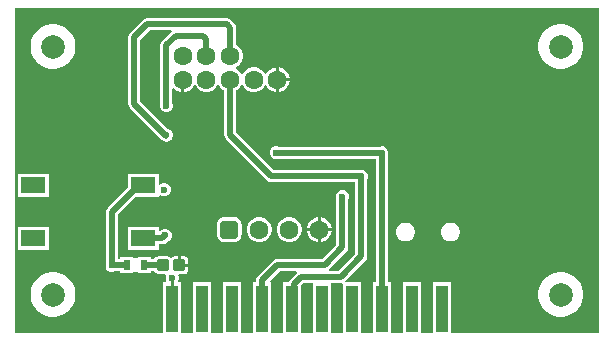
<source format=gbl>
G04*
G04 #@! TF.GenerationSoftware,Altium Limited,Altium Designer,23.4.1 (23)*
G04*
G04 Layer_Physical_Order=2*
G04 Layer_Color=16711680*
%FSLAX44Y44*%
%MOMM*%
G71*
G04*
G04 #@! TF.SameCoordinates,E4356CB4-9A03-4441-A28E-8BB409EA4FDF*
G04*
G04*
G04 #@! TF.FilePolarity,Positive*
G04*
G01*
G75*
%ADD24R,1.0000X4.0000*%
%ADD25R,0.6000X0.9000*%
G04:AMPARAMS|DCode=26|XSize=0.95mm|YSize=0.97mm|CornerRadius=0.095mm|HoleSize=0mm|Usage=FLASHONLY|Rotation=180.000|XOffset=0mm|YOffset=0mm|HoleType=Round|Shape=RoundedRectangle|*
%AMROUNDEDRECTD26*
21,1,0.9500,0.7800,0,0,180.0*
21,1,0.7600,0.9700,0,0,180.0*
1,1,0.1900,-0.3800,0.3900*
1,1,0.1900,0.3800,0.3900*
1,1,0.1900,0.3800,-0.3900*
1,1,0.1900,-0.3800,-0.3900*
%
%ADD26ROUNDEDRECTD26*%
%ADD28R,2.1000X1.4000*%
%ADD29C,0.5000*%
%ADD30C,0.2500*%
%ADD31C,1.6000*%
G04:AMPARAMS|DCode=32|XSize=1.6mm|YSize=1.6mm|CornerRadius=0.4mm|HoleSize=0mm|Usage=FLASHONLY|Rotation=90.000|XOffset=0mm|YOffset=0mm|HoleType=Round|Shape=RoundedRectangle|*
%AMROUNDEDRECTD32*
21,1,1.6000,0.8000,0,0,90.0*
21,1,0.8000,1.6000,0,0,90.0*
1,1,0.8000,0.4000,0.4000*
1,1,0.8000,0.4000,-0.4000*
1,1,0.8000,-0.4000,-0.4000*
1,1,0.8000,-0.4000,0.4000*
%
%ADD32ROUNDEDRECTD32*%
%ADD33C,2.0000*%
%ADD34C,0.6000*%
G36*
X497451Y2549D02*
X371800D01*
Y45500D01*
X356800D01*
Y2549D01*
X346400D01*
Y45500D01*
X331400D01*
Y2549D01*
X321000D01*
Y45500D01*
X318562D01*
Y152913D01*
X318929Y153798D01*
Y155985D01*
X318091Y158007D01*
X316544Y159554D01*
X314523Y160392D01*
X312335D01*
X311495Y160044D01*
X226196D01*
X225094Y160500D01*
X222906D01*
X220884Y159663D01*
X219337Y158116D01*
X218500Y156094D01*
Y153906D01*
X219337Y151884D01*
X220884Y150337D01*
X222906Y149500D01*
X225094D01*
X225934Y149848D01*
X308366D01*
Y45500D01*
X306000D01*
Y2549D01*
X295600D01*
Y45500D01*
X283093D01*
X282567Y46770D01*
X299605Y63808D01*
X300710Y65462D01*
X301098Y67413D01*
Y132935D01*
X301500Y133906D01*
Y136094D01*
X300663Y138116D01*
X299116Y139663D01*
X297094Y140500D01*
X294906D01*
X293935Y140098D01*
X222112D01*
X190098Y172112D01*
Y207819D01*
X191447Y208598D01*
X193402Y210553D01*
X194267Y212051D01*
X195733D01*
X196598Y210553D01*
X198553Y208598D01*
X200947Y207216D01*
X203618Y206500D01*
X206382D01*
X209053Y207216D01*
X211447Y208598D01*
X213402Y210553D01*
X214244Y212011D01*
X215710D01*
X216566Y210528D01*
X218528Y208566D01*
X220932Y207178D01*
X223612Y206460D01*
X223730D01*
Y217000D01*
Y227540D01*
X223612D01*
X220932Y226822D01*
X218528Y225434D01*
X216566Y223472D01*
X215710Y221989D01*
X214244D01*
X213402Y223447D01*
X211447Y225402D01*
X209053Y226784D01*
X206382Y227500D01*
X203618D01*
X200947Y226784D01*
X198553Y225402D01*
X196598Y223447D01*
X195733Y221950D01*
X194267D01*
X193402Y223447D01*
X191447Y225402D01*
X189949Y226267D01*
Y227733D01*
X191447Y228598D01*
X193402Y230553D01*
X194784Y232947D01*
X195500Y235618D01*
Y238382D01*
X194784Y241053D01*
X193402Y243447D01*
X191447Y245402D01*
X190098Y246181D01*
Y261071D01*
X189710Y263022D01*
X188605Y264676D01*
X185676Y267605D01*
X184022Y268710D01*
X182071Y269098D01*
X115000D01*
X113049Y268710D01*
X111395Y267605D01*
X100395Y256605D01*
X99290Y254951D01*
X98902Y253000D01*
Y196300D01*
X99290Y194349D01*
X100395Y192695D01*
X127395Y165695D01*
X127791Y165431D01*
X127885Y165337D01*
X128006Y165287D01*
X129049Y164590D01*
X131000Y164202D01*
X132951Y164590D01*
X133994Y165287D01*
X134115Y165337D01*
X134209Y165431D01*
X134605Y165695D01*
X134869Y166091D01*
X135663Y166884D01*
X136500Y168906D01*
Y171094D01*
X135663Y173116D01*
X134115Y174663D01*
X132094Y175500D01*
X132010D01*
X109098Y198412D01*
Y250888D01*
X117112Y258902D01*
X135051D01*
X135436Y257632D01*
X135395Y257605D01*
X127395Y249605D01*
X126290Y247951D01*
X125902Y246000D01*
Y197065D01*
X125500Y196094D01*
Y193906D01*
X126337Y191884D01*
X127885Y190337D01*
X129906Y189500D01*
X132094D01*
X134115Y190337D01*
X135663Y191884D01*
X136500Y193906D01*
Y196094D01*
X136098Y197065D01*
Y209200D01*
X137368Y209726D01*
X138528Y208566D01*
X140932Y207178D01*
X143612Y206460D01*
X143730D01*
Y217000D01*
X146270D01*
Y206460D01*
X146388D01*
X149068Y207178D01*
X151472Y208566D01*
X153434Y210528D01*
X154290Y212010D01*
X155756D01*
X156598Y210553D01*
X158553Y208598D01*
X160947Y207216D01*
X163618Y206500D01*
X166382D01*
X169053Y207216D01*
X171447Y208598D01*
X173402Y210553D01*
X174267Y212051D01*
X175733D01*
X176598Y210553D01*
X178553Y208598D01*
X179902Y207819D01*
Y170000D01*
X180290Y168049D01*
X181395Y166395D01*
X216395Y131395D01*
X218049Y130290D01*
X220000Y129902D01*
X290902D01*
Y69524D01*
X276476Y55098D01*
X268949D01*
X268564Y56368D01*
X268605Y56395D01*
X283605Y71395D01*
X284710Y73049D01*
X285098Y75000D01*
Y115935D01*
X285500Y116906D01*
Y119094D01*
X284663Y121116D01*
X283116Y122663D01*
X281094Y123500D01*
X278906D01*
X276884Y122663D01*
X275337Y121116D01*
X274500Y119094D01*
Y116906D01*
X274902Y115935D01*
Y77112D01*
X262888Y65098D01*
X225000D01*
X223049Y64710D01*
X221395Y63605D01*
X208295Y50505D01*
X207190Y48851D01*
X206802Y46900D01*
Y45500D01*
X204400D01*
Y2549D01*
X194000D01*
Y45500D01*
X179000D01*
Y2549D01*
X168600D01*
Y45500D01*
X153600D01*
Y2549D01*
X143200D01*
Y45500D01*
X141878D01*
X141029Y46770D01*
X141500Y47906D01*
Y50094D01*
X141012Y51272D01*
X141861Y52542D01*
X145900D01*
X147262Y52812D01*
X148416Y53584D01*
X149187Y54738D01*
X149458Y56100D01*
Y58730D01*
X142100D01*
Y60000D01*
X140830D01*
Y67458D01*
X138300D01*
X136938Y67188D01*
X135784Y66416D01*
X135740Y66350D01*
X134212Y66350D01*
X134187Y66387D01*
X133046Y67150D01*
X131700Y67418D01*
X124100D01*
X122754Y67150D01*
X121613Y66387D01*
X120850Y65246D01*
X120821Y65098D01*
X118000D01*
Y67000D01*
X107000D01*
Y66000D01*
X103000D01*
Y67000D01*
X92000D01*
Y65098D01*
X90098D01*
Y102888D01*
X105210Y118000D01*
X124500D01*
Y118843D01*
X125673Y119329D01*
X125936Y119066D01*
X127958Y118229D01*
X130146D01*
X132167Y119066D01*
X133714Y120614D01*
X134552Y122635D01*
Y124823D01*
X133714Y126845D01*
X132167Y128392D01*
X130146Y129229D01*
X127958D01*
X125936Y128392D01*
X125673Y128129D01*
X124500Y128615D01*
Y137000D01*
X98500D01*
Y125710D01*
X81395Y108605D01*
X80290Y106951D01*
X79902Y105000D01*
Y62065D01*
X79500Y61094D01*
Y58906D01*
X80337Y56884D01*
X81884Y55337D01*
X83906Y54500D01*
X86094D01*
X87065Y54902D01*
X92000D01*
Y53000D01*
X103000D01*
Y54000D01*
X107000D01*
Y53000D01*
X118000D01*
Y54902D01*
X120821D01*
X120850Y54754D01*
X121613Y53613D01*
X122754Y52850D01*
X124100Y52582D01*
X130156D01*
X131005Y51312D01*
X130500Y50094D01*
Y47906D01*
X130971Y46770D01*
X130122Y45500D01*
X128200D01*
Y2549D01*
X2549D01*
Y277451D01*
X497451D01*
Y2549D01*
D02*
G37*
G36*
X280600Y44008D02*
Y2549D01*
X270200D01*
Y44902D01*
X278587D01*
X279330Y45050D01*
X280600Y44008D01*
D02*
G37*
G36*
X255200Y2549D02*
X244800D01*
Y42590D01*
X247112Y44902D01*
X255200D01*
Y2549D01*
D02*
G37*
G36*
X241436Y53632D02*
X241395Y53605D01*
X235348Y47558D01*
X234243Y45904D01*
X234163Y45500D01*
X229800D01*
Y2549D01*
X219400D01*
Y45500D01*
X219369D01*
X218883Y46673D01*
X227112Y54902D01*
X241051D01*
X241436Y53632D01*
D02*
G37*
%LPC*%
G36*
X466871Y264000D02*
X463129D01*
X459458Y263270D01*
X456000Y261838D01*
X452888Y259758D01*
X450242Y257112D01*
X448162Y254000D01*
X446730Y250542D01*
X446000Y246871D01*
Y243129D01*
X446730Y239458D01*
X448162Y236000D01*
X450242Y232888D01*
X452888Y230242D01*
X456000Y228162D01*
X459458Y226730D01*
X463129Y226000D01*
X466871D01*
X470542Y226730D01*
X474000Y228162D01*
X477112Y230242D01*
X479758Y232888D01*
X481838Y236000D01*
X483270Y239458D01*
X484000Y243129D01*
Y246871D01*
X483270Y250542D01*
X481838Y254000D01*
X479758Y257112D01*
X477112Y259758D01*
X474000Y261838D01*
X470542Y263270D01*
X466871Y264000D01*
D02*
G37*
G36*
X36871D02*
X33129D01*
X29458Y263270D01*
X26000Y261838D01*
X22888Y259758D01*
X20242Y257112D01*
X18162Y254000D01*
X16730Y250542D01*
X16000Y246871D01*
Y243129D01*
X16730Y239458D01*
X18162Y236000D01*
X20242Y232888D01*
X22888Y230242D01*
X26000Y228162D01*
X29458Y226730D01*
X33129Y226000D01*
X36871D01*
X40542Y226730D01*
X44000Y228162D01*
X47112Y230242D01*
X49758Y232888D01*
X51838Y236000D01*
X53270Y239458D01*
X54000Y243129D01*
Y246871D01*
X53270Y250542D01*
X51838Y254000D01*
X49758Y257112D01*
X47112Y259758D01*
X44000Y261838D01*
X40542Y263270D01*
X36871Y264000D01*
D02*
G37*
G36*
X226388Y227540D02*
X226270D01*
Y218270D01*
X235540D01*
Y218388D01*
X234822Y221068D01*
X233434Y223472D01*
X231472Y225434D01*
X229068Y226822D01*
X226388Y227540D01*
D02*
G37*
G36*
X235540Y215730D02*
X226270D01*
Y206460D01*
X226388D01*
X229068Y207178D01*
X231472Y208566D01*
X233434Y210528D01*
X234822Y212932D01*
X235540Y215612D01*
Y215730D01*
D02*
G37*
G36*
X31500Y137000D02*
X5500D01*
Y118000D01*
X31500D01*
Y137000D01*
D02*
G37*
G36*
X261788Y100540D02*
X261670D01*
Y91270D01*
X270940D01*
Y91388D01*
X270222Y94068D01*
X268834Y96472D01*
X266872Y98434D01*
X264468Y99822D01*
X261788Y100540D01*
D02*
G37*
G36*
X259130D02*
X259012D01*
X256332Y99822D01*
X253928Y98434D01*
X251966Y96472D01*
X250578Y94068D01*
X249860Y91388D01*
Y91270D01*
X259130D01*
Y100540D01*
D02*
G37*
G36*
X372803Y96000D02*
X370697D01*
X368662Y95455D01*
X366838Y94402D01*
X365348Y92912D01*
X364295Y91088D01*
X363750Y89053D01*
Y86947D01*
X364295Y84912D01*
X365348Y83088D01*
X366838Y81598D01*
X368662Y80545D01*
X370697Y80000D01*
X372803D01*
X374838Y80545D01*
X376662Y81598D01*
X378152Y83088D01*
X379205Y84912D01*
X379750Y86947D01*
Y89053D01*
X379205Y91088D01*
X378152Y92912D01*
X376662Y94402D01*
X374838Y95455D01*
X372803Y96000D01*
D02*
G37*
G36*
X334703D02*
X332597D01*
X330562Y95455D01*
X328738Y94402D01*
X327248Y92912D01*
X326195Y91088D01*
X325650Y89053D01*
Y86947D01*
X326195Y84912D01*
X327248Y83088D01*
X328738Y81598D01*
X330562Y80545D01*
X332597Y80000D01*
X334703D01*
X336738Y80545D01*
X338562Y81598D01*
X340052Y83088D01*
X341105Y84912D01*
X341650Y86947D01*
Y89053D01*
X341105Y91088D01*
X340052Y92912D01*
X338562Y94402D01*
X336738Y95455D01*
X334703Y96000D01*
D02*
G37*
G36*
X236382Y100500D02*
X233618D01*
X230947Y99784D01*
X228553Y98402D01*
X226598Y96447D01*
X225216Y94053D01*
X224500Y91382D01*
Y88618D01*
X225216Y85947D01*
X226598Y83553D01*
X228553Y81598D01*
X230947Y80216D01*
X233618Y79500D01*
X236382D01*
X239053Y80216D01*
X241447Y81598D01*
X243402Y83553D01*
X244784Y85947D01*
X245500Y88618D01*
Y91382D01*
X244784Y94053D01*
X243402Y96447D01*
X241447Y98402D01*
X239053Y99784D01*
X236382Y100500D01*
D02*
G37*
G36*
X210982D02*
X208218D01*
X205547Y99784D01*
X203153Y98402D01*
X201198Y96447D01*
X199816Y94053D01*
X199100Y91382D01*
Y88618D01*
X199816Y85947D01*
X201198Y83553D01*
X203153Y81598D01*
X205547Y80216D01*
X208218Y79500D01*
X210982D01*
X213653Y80216D01*
X216047Y81598D01*
X218002Y83553D01*
X219384Y85947D01*
X220100Y88618D01*
Y91382D01*
X219384Y94053D01*
X218002Y96447D01*
X216047Y98402D01*
X213653Y99784D01*
X210982Y100500D01*
D02*
G37*
G36*
X270940Y88730D02*
X261670D01*
Y79460D01*
X261788D01*
X264468Y80178D01*
X266872Y81566D01*
X268834Y83528D01*
X270222Y85932D01*
X270940Y88612D01*
Y88730D01*
D02*
G37*
G36*
X259130D02*
X249860D01*
Y88612D01*
X250578Y85932D01*
X251966Y83528D01*
X253928Y81566D01*
X256332Y80178D01*
X259012Y79460D01*
X259130D01*
Y88730D01*
D02*
G37*
G36*
X188200Y100556D02*
X180200D01*
X178503Y100333D01*
X176922Y99678D01*
X175564Y98636D01*
X174522Y97278D01*
X173867Y95697D01*
X173644Y94000D01*
Y86000D01*
X173867Y84303D01*
X174522Y82722D01*
X175564Y81364D01*
X176922Y80322D01*
X178503Y79667D01*
X180200Y79444D01*
X188200D01*
X189897Y79667D01*
X191478Y80322D01*
X192836Y81364D01*
X193878Y82722D01*
X194533Y84303D01*
X194756Y86000D01*
Y94000D01*
X194533Y95697D01*
X193878Y97278D01*
X192836Y98636D01*
X191478Y99678D01*
X189897Y100333D01*
X188200Y100556D01*
D02*
G37*
G36*
X124500Y92000D02*
X98500D01*
Y73000D01*
X124500D01*
Y77402D01*
X127500D01*
X129451Y77790D01*
X131105Y78895D01*
X132145Y79935D01*
X133116Y80337D01*
X134663Y81884D01*
X135500Y83906D01*
Y86094D01*
X134663Y88116D01*
X133116Y89663D01*
X131094Y90500D01*
X128906D01*
X126884Y89663D01*
X125770Y88548D01*
X124500Y89074D01*
Y92000D01*
D02*
G37*
G36*
X31500D02*
X5500D01*
Y73000D01*
X31500D01*
Y92000D01*
D02*
G37*
G36*
X145900Y67458D02*
X143370D01*
Y61270D01*
X149458D01*
Y63900D01*
X149187Y65262D01*
X148416Y66416D01*
X147262Y67188D01*
X145900Y67458D01*
D02*
G37*
G36*
X36871Y54000D02*
X33129D01*
X29458Y53270D01*
X26000Y51838D01*
X22888Y49758D01*
X20242Y47112D01*
X18162Y44000D01*
X16730Y40542D01*
X16000Y36871D01*
Y33129D01*
X16730Y29458D01*
X18162Y26000D01*
X20242Y22888D01*
X22888Y20242D01*
X26000Y18162D01*
X29458Y16730D01*
X33129Y16000D01*
X36871D01*
X40542Y16730D01*
X44000Y18162D01*
X47112Y20242D01*
X49758Y22888D01*
X51838Y26000D01*
X53270Y29458D01*
X54000Y33129D01*
Y36871D01*
X53270Y40542D01*
X51838Y44000D01*
X49758Y47112D01*
X47112Y49758D01*
X44000Y51838D01*
X40542Y53270D01*
X36871Y54000D01*
D02*
G37*
G36*
X466871Y54000D02*
X463129D01*
X459458Y53270D01*
X456000Y51838D01*
X452888Y49758D01*
X450242Y47112D01*
X448162Y44000D01*
X446730Y40542D01*
X446000Y36871D01*
Y33129D01*
X446730Y29458D01*
X448162Y26000D01*
X450242Y22888D01*
X452888Y20242D01*
X456000Y18162D01*
X459458Y16730D01*
X463129Y16000D01*
X466871D01*
X470542Y16730D01*
X474000Y18162D01*
X477112Y20242D01*
X479758Y22888D01*
X481838Y26000D01*
X483270Y29458D01*
X484000Y33129D01*
Y36871D01*
X483270Y40542D01*
X481838Y44000D01*
X479758Y47112D01*
X477112Y49758D01*
X474000Y51838D01*
X470542Y53270D01*
X466871Y54000D01*
D02*
G37*
%LPD*%
D24*
X135700Y23000D02*
D03*
X161100D02*
D03*
X186500D02*
D03*
X211900D02*
D03*
X237300D02*
D03*
X262700D02*
D03*
X288100D02*
D03*
X313500D02*
D03*
X338900D02*
D03*
X364300D02*
D03*
D25*
X97500Y60000D02*
D03*
X112500D02*
D03*
D26*
X127900D02*
D03*
X142100D02*
D03*
D28*
X111500Y127500D02*
D03*
X18500D02*
D03*
X111500Y82500D02*
D03*
X18500D02*
D03*
D29*
X104000Y196300D02*
Y253000D01*
X115000Y264000D02*
X182071D01*
X104000Y253000D02*
X115000Y264000D01*
X104000Y196300D02*
X131000Y169300D01*
X224000Y155000D02*
X224054Y154946D01*
X313374D01*
X313429Y154892D01*
X220000Y135000D02*
X296000D01*
X185000Y170000D02*
Y217000D01*
Y170000D02*
X220000Y135000D01*
X185000Y237000D02*
Y261071D01*
X182071Y264000D02*
X185000Y261071D01*
X131000Y195000D02*
Y246000D01*
X139000Y254000D01*
X165000Y237000D02*
Y251071D01*
X162071Y254000D02*
X165000Y251071D01*
X139000Y254000D02*
X162071D01*
X313464Y23036D02*
X313500Y23000D01*
X313464Y23036D02*
Y154856D01*
X313429Y154892D02*
X313464Y154856D01*
X278587Y50000D02*
X296000Y67413D01*
Y135000D01*
X280000Y75000D02*
Y118000D01*
X265000Y60000D02*
X280000Y75000D01*
X103000Y123000D02*
X103500D01*
X85000Y60000D02*
X97500D01*
X211900Y20000D02*
Y46900D01*
X127500Y82500D02*
X130000Y85000D01*
X85000Y105000D02*
X103000Y123000D01*
X211900Y46900D02*
X225000Y60000D01*
X238953Y21653D02*
Y43953D01*
X105000Y124500D02*
Y125000D01*
X85000Y60000D02*
Y105000D01*
X225000Y60000D02*
X265000D01*
X112500D02*
X127900D01*
X245000Y50000D02*
X278587D01*
X103500Y123000D02*
X105000Y124500D01*
X111500Y82500D02*
X127500D01*
X238953Y43953D02*
X245000Y50000D01*
D30*
X135700Y23000D02*
X136000Y23300D01*
Y49000D01*
D31*
X145000Y217000D02*
D03*
X235000Y90000D02*
D03*
X209600D02*
D03*
X260400D02*
D03*
X165000Y237000D02*
D03*
X205000Y217000D02*
D03*
X225000D02*
D03*
X145000Y237000D02*
D03*
X185000D02*
D03*
X165000Y217000D02*
D03*
X185000D02*
D03*
D32*
X184200Y90000D02*
D03*
D33*
X465000Y245000D02*
D03*
X35000D02*
D03*
X465000Y35000D02*
D03*
X35000Y35000D02*
D03*
D34*
X136000Y49000D02*
D03*
X224000Y155000D02*
D03*
X131000Y195000D02*
D03*
Y170000D02*
D03*
X296000Y135000D02*
D03*
X280000Y118000D02*
D03*
X130000Y85000D02*
D03*
X313429Y154892D02*
D03*
X85000Y60000D02*
D03*
X129052Y123729D02*
D03*
M02*

</source>
